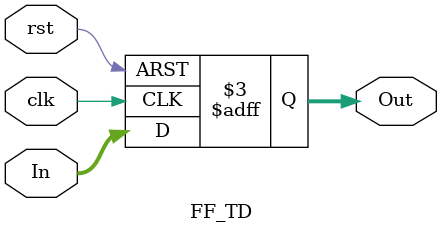
<source format=v>
module FF_TD(input clk, rst, input [7:0] In, output reg [7:0] Out);

always @(posedge clk or negedge rst) begin
		if (!rst) begin
			Out <= 8'b00000000;
			end
		else begin
			Out <= In;
			end
		end
endmodule

</source>
